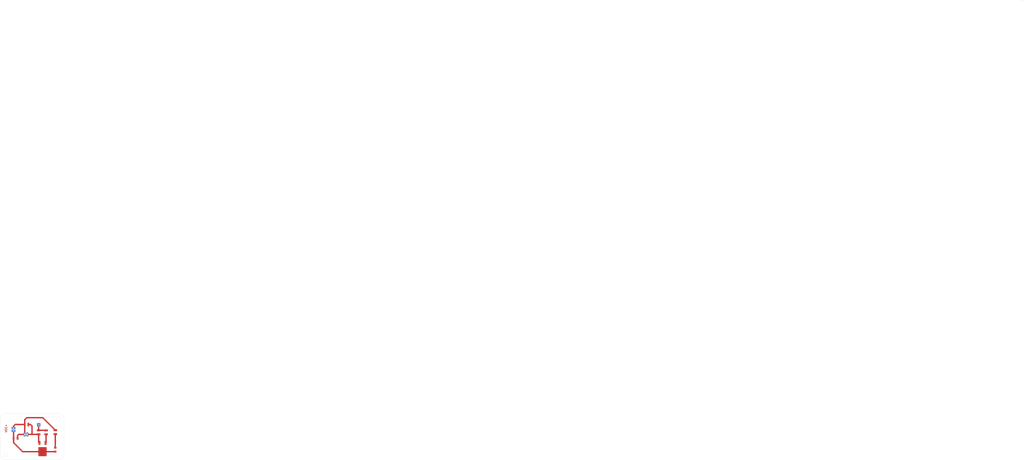
<source format=kicad_pcb>
(kicad_pcb (version 20171130) (host pcbnew "(5.1.5-0-10_14)")

  (general
    (thickness 1.6002)
    (drawings 14)
    (tracks 41)
    (zones 0)
    (modules 10)
    (nets 7)
  )

  (page A3)
  (title_block
    (rev 1)
  )

  (layers
    (0 Front signal)
    (31 Back signal)
    (34 B.Paste user)
    (35 F.Paste user)
    (36 B.SilkS user)
    (37 F.SilkS user)
    (38 B.Mask user)
    (39 F.Mask user)
    (44 Edge.Cuts user)
    (45 Margin user)
    (46 B.CrtYd user hide)
    (47 F.CrtYd user hide)
    (49 F.Fab user hide)
  )

  (setup
    (last_trace_width 1)
    (user_trace_width 0.1)
    (user_trace_width 0.2)
    (user_trace_width 0.5)
    (user_trace_width 1)
    (user_trace_width 1.5)
    (trace_clearance 0.25)
    (zone_clearance 0.508)
    (zone_45_only no)
    (trace_min 0.1)
    (via_size 0.8)
    (via_drill 0.4)
    (via_min_size 0.45)
    (via_min_drill 0.2)
    (user_via 0.45 0.2)
    (user_via 0.8 0.4)
    (uvia_size 0.8)
    (uvia_drill 0.4)
    (uvias_allowed no)
    (uvia_min_size 0)
    (uvia_min_drill 0)
    (edge_width 0.1)
    (segment_width 0.1)
    (pcb_text_width 0.3)
    (pcb_text_size 1.5 1.5)
    (mod_edge_width 0.1)
    (mod_text_size 0.8 0.8)
    (mod_text_width 0.1)
    (pad_size 1.4 3)
    (pad_drill 0.8)
    (pad_to_mask_clearance 0)
    (solder_mask_min_width 0.1)
    (aux_axis_origin 83 203)
    (grid_origin 83 203)
    (visible_elements FFFFFF7F)
    (pcbplotparams
      (layerselection 0x010fc_ffffffff)
      (usegerberextensions false)
      (usegerberattributes false)
      (usegerberadvancedattributes false)
      (creategerberjobfile false)
      (excludeedgelayer true)
      (linewidth 0.152400)
      (plotframeref false)
      (viasonmask false)
      (mode 1)
      (useauxorigin false)
      (hpglpennumber 1)
      (hpglpenspeed 20)
      (hpglpendiameter 15.000000)
      (psnegative false)
      (psa4output false)
      (plotreference true)
      (plotvalue false)
      (plotinvisibletext false)
      (padsonsilk false)
      (subtractmaskfromsilk true)
      (outputformat 1)
      (mirror false)
      (drillshape 0)
      (scaleselection 1)
      (outputdirectory "./"))
  )

  (net 0 "")
  (net 1 +5V)
  (net 2 "Net-(D16-Pad2)")
  (net 3 GND)
  (net 4 "Net-(Q1-Pad1)")
  (net 5 "Net-(D1-Pad2)")
  (net 6 "Net-(J3-Pad1)")

  (net_class Default "This is the default net class."
    (clearance 0.25)
    (trace_width 0.25)
    (via_dia 0.8)
    (via_drill 0.4)
    (uvia_dia 0.8)
    (uvia_drill 0.4)
    (diff_pair_width 0.25)
    (diff_pair_gap 0.25)
    (add_net +5V)
    (add_net GND)
    (add_net "Net-(D1-Pad2)")
    (add_net "Net-(D16-Pad2)")
    (add_net "Net-(J3-Pad1)")
    (add_net "Net-(Q1-Pad1)")
  )

  (net_class Min ""
    (clearance 0.1)
    (trace_width 0.1)
    (via_dia 0.45)
    (via_drill 0.2)
    (uvia_dia 0.45)
    (uvia_drill 0.2)
    (diff_pair_width 0.12)
    (diff_pair_gap 0.12)
  )

  (module troglodisme_footprints:CAPC3225X270N (layer Front) (tedit 5EBEE7D1) (tstamp 5EC77098)
    (at 102.875 176.5)
    (descr EMK325ABJ107MM-T-1)
    (tags "Capacitor 1206")
    (path /5F056CD5)
    (attr smd)
    (fp_text reference C1 (at 0.02 0.02 90) (layer F.SilkS)
      (effects (font (size 0.5 0.5) (thickness 0.1)))
    )
    (fp_text value EMK325ABJ107MM-T (at 0.09 3.22) (layer F.SilkS) hide
      (effects (font (size 1.27 1.27) (thickness 0.254)))
    )
    (fp_line (start 0 -1.15) (end 0 1.15) (layer F.Fab) (width 0.2))
    (fp_line (start -1.6 1.25) (end -1.6 -1.25) (layer F.Fab) (width 0.1))
    (fp_line (start 1.6 1.25) (end -1.6 1.25) (layer F.Fab) (width 0.1))
    (fp_line (start 1.6 -1.25) (end 1.6 1.25) (layer F.Fab) (width 0.1))
    (fp_line (start -1.6 -1.25) (end 1.6 -1.25) (layer F.Fab) (width 0.1))
    (fp_line (start -2.11 1.51) (end -2.11 -1.51) (layer F.CrtYd) (width 0.05))
    (fp_line (start 2.11 1.51) (end -2.11 1.51) (layer F.CrtYd) (width 0.05))
    (fp_line (start 2.11 -1.51) (end 2.11 1.51) (layer F.CrtYd) (width 0.05))
    (fp_line (start -2.11 -1.51) (end 2.11 -1.51) (layer F.CrtYd) (width 0.05))
    (fp_text user %R (at 0 0) (layer F.Fab)
      (effects (font (size 1.27 1.27) (thickness 0.254)))
    )
    (pad 2 smd rect (at 1.35 0) (size 1.22 2.72) (layers Front F.Paste F.Mask)
      (net 3 GND))
    (pad 1 smd rect (at -1.35 0) (size 1.22 2.72) (layers Front F.Paste F.Mask)
      (net 1 +5V))
    (model EMK325ABJ107MM-T.stp
      (at (xyz 0 0 0))
      (scale (xyz 1 1 1))
      (rotate (xyz 0 0 0))
    )
    (model /Users/giulio/Downloads/LIB_EMK325ABJ107MM-T/EMK325ABJ107MM-T/3D/EMK325ABJ107MM-T.stp
      (at (xyz 0 0 0))
      (scale (xyz 1 1 1))
      (rotate (xyz 0 0 0))
    )
  )

  (module troglodisme_footprints:SD1206S040S2R0 (layer Front) (tedit 5EBEEF1E) (tstamp 5EC75646)
    (at 94.64 186.87 180)
    (descr SD1206S040S2R0)
    (tags "Schottky Diode 1206")
    (path /5EC08242)
    (attr smd)
    (fp_text reference D1 (at 0 0 90) (layer F.SilkS)
      (effects (font (size 0.5 0.5) (thickness 0.1)))
    )
    (fp_text value SD1206S040S2R0 (at 0.08 5.18) (layer F.Fab) hide
      (effects (font (size 1.27 1.27) (thickness 0.254)))
    )
    (fp_line (start -2.525 1.4) (end 1.5 1.4) (layer F.Fab) (width 0.2))
    (fp_line (start -2.525 -1.4) (end -2.525 1.4) (layer F.Fab) (width 0.2))
    (fp_line (start 1.5 -1.4) (end -2.525 -1.4) (layer F.Fab) (width 0.2))
    (fp_line (start -1.7 -0.275) (end -1.025 -0.95) (layer F.Fab) (width 0.1))
    (fp_line (start -1.7 0.95) (end -1.7 -0.95) (layer F.Fab) (width 0.1))
    (fp_line (start 1.7 0.95) (end -1.7 0.95) (layer F.Fab) (width 0.1))
    (fp_line (start 1.7 -0.95) (end 1.7 0.95) (layer F.Fab) (width 0.1))
    (fp_line (start -1.7 -0.95) (end 1.7 -0.95) (layer F.Fab) (width 0.1))
    (fp_line (start -2.625 1.5) (end -2.625 -1.5) (layer F.CrtYd) (width 0.05))
    (fp_line (start 2.625 1.5) (end -2.625 1.5) (layer F.CrtYd) (width 0.05))
    (fp_line (start 2.625 -1.5) (end 2.625 1.5) (layer F.CrtYd) (width 0.05))
    (fp_line (start -2.625 -1.5) (end 2.625 -1.5) (layer F.CrtYd) (width 0.05))
    (fp_text user %R (at 0 0) (layer F.Fab)
      (effects (font (size 1.27 1.27) (thickness 0.254)))
    )
    (fp_text user + (at -1.58 1.85) (layer F.SilkS)
      (effects (font (size 0.5 0.5) (thickness 0.1)))
    )
    (pad 2 smd rect (at 1.5 0 180) (size 1.35 2.1) (layers Front F.Paste F.Mask)
      (net 5 "Net-(D1-Pad2)"))
    (pad 1 smd rect (at -1.5 0 180) (size 1.35 2.1) (layers Front F.Paste F.Mask)
      (net 1 +5V))
    (model SD1206S040S2R0.stp
      (at (xyz 0 0 0))
      (scale (xyz 1 1 1))
      (rotate (xyz 0 0 0))
    )
  )

  (module troglodisme_footprints:IN-S126AT5UW (layer Front) (tedit 5EBEEBB9) (tstamp 5EC762E9)
    (at 124.43 195.41 90)
    (descr "LED WHITE CLEAR 1206 SMD	\r\r")
    (tags "LED handsolder 1206 WHITE")
    (path /5F04261E)
    (attr smd)
    (fp_text reference D16 (at 0 0) (layer F.SilkS)
      (effects (font (size 0.5 0.5) (thickness 0.1)))
    )
    (fp_text value IN-S126AT5UW (at 0 1.82 90) (layer F.Fab)
      (effects (font (size 1 1) (thickness 0.15)))
    )
    (fp_line (start 1.6 -0.8) (end -1.2 -0.8) (layer F.Fab) (width 0.1))
    (fp_line (start -1.2 -0.8) (end -1.6 -0.4) (layer F.Fab) (width 0.1))
    (fp_line (start -1.6 -0.4) (end -1.6 0.8) (layer F.Fab) (width 0.1))
    (fp_line (start -1.6 0.8) (end 1.6 0.8) (layer F.Fab) (width 0.1))
    (fp_line (start 1.6 0.8) (end 1.6 -0.8) (layer F.Fab) (width 0.1))
    (fp_line (start 1.6 -1.135) (end -2.46 -1.135) (layer F.Fab) (width 0.12))
    (fp_line (start -2.46 -1.135) (end -2.46 1.135) (layer F.Fab) (width 0.12))
    (fp_line (start -2.46 1.135) (end 1.6 1.135) (layer F.Fab) (width 0.12))
    (fp_line (start -2.45 1.12) (end -2.45 -1.12) (layer F.CrtYd) (width 0.05))
    (fp_line (start -2.45 -1.12) (end 2.45 -1.12) (layer F.CrtYd) (width 0.05))
    (fp_line (start 2.45 -1.12) (end 2.45 1.12) (layer F.CrtYd) (width 0.05))
    (fp_line (start 2.45 1.12) (end -2.45 1.12) (layer F.CrtYd) (width 0.05))
    (fp_text user %R (at 0 0 90) (layer F.Fab)
      (effects (font (size 0.8 0.8) (thickness 0.12)))
    )
    (fp_text user + (at 2.9 -0.01 90) (layer F.SilkS)
      (effects (font (size 0.5 0.5) (thickness 0.1)))
    )
    (pad 1 smd roundrect (at -1.4875 0 90) (size 1.425 1.75) (layers Front F.Paste F.Mask) (roundrect_rratio 0.175439)
      (net 5 "Net-(D1-Pad2)"))
    (pad 2 smd roundrect (at 1.4875 0 90) (size 1.425 1.75) (layers Front F.Paste F.Mask) (roundrect_rratio 0.175439)
      (net 2 "Net-(D16-Pad2)"))
    (model ${KISYS3DMOD}/LED_SMD.3dshapes/LED_1206_3216Metric.wrl
      (at (xyz 0 0 0))
      (scale (xyz 1 1 1))
      (rotate (xyz 0 0 0))
    )
  )

  (module troglodisme_footprints:JST_PH_S2B-PH-K_1x02_P2.00mm_Horizontal_noSilkScreen (layer Front) (tedit 5EC6E4DE) (tstamp 5EC763E8)
    (at 93.08 179.26 270)
    (descr "JST PH series connector, S2B-PH-K (http://www.jst-mfg.com/product/pdf/eng/ePH.pdf), generated with kicad-footprint-generator")
    (tags "connector JST PH top entry 2")
    (path /5ED49CC7)
    (fp_text reference J1 (at 0.96 2.24 90) (layer F.SilkS)
      (effects (font (size 0.5 0.5) (thickness 0.1)))
    )
    (fp_text value Conn_01x02 (at 1 7.45 90) (layer F.Fab)
      (effects (font (size 1 1) (thickness 0.15)))
    )
    (fp_text user %R (at 0.96 5.58 90) (layer F.Fab)
      (effects (font (size 1 1) (thickness 0.15)))
    )
    (fp_line (start 0.5 1.375) (end 0 0.875) (layer F.Fab) (width 0.1))
    (fp_line (start -0.5 1.375) (end 0.5 1.375) (layer F.Fab) (width 0.1))
    (fp_line (start 0 0.875) (end -0.5 1.375) (layer F.Fab) (width 0.1))
    (fp_line (start 3.25 0.25) (end -1.25 0.25) (layer F.Fab) (width 0.1))
    (fp_line (start 3.25 -1.35) (end 3.25 0.25) (layer F.Fab) (width 0.1))
    (fp_line (start 3.95 -1.35) (end 3.25 -1.35) (layer F.Fab) (width 0.1))
    (fp_line (start 3.95 6.25) (end 3.95 -1.35) (layer F.Fab) (width 0.1))
    (fp_line (start -1.95 6.25) (end 3.95 6.25) (layer F.Fab) (width 0.1))
    (fp_line (start -1.95 -1.35) (end -1.95 6.25) (layer F.Fab) (width 0.1))
    (fp_line (start -1.25 -1.35) (end -1.95 -1.35) (layer F.Fab) (width 0.1))
    (fp_line (start -1.25 0.25) (end -1.25 -1.35) (layer F.Fab) (width 0.1))
    (fp_line (start 4.45 -1.85) (end -2.45 -1.85) (layer F.CrtYd) (width 0.05))
    (fp_line (start 4.45 6.75) (end 4.45 -1.85) (layer F.CrtYd) (width 0.05))
    (fp_line (start -2.45 6.75) (end 4.45 6.75) (layer F.CrtYd) (width 0.05))
    (fp_line (start -2.45 -1.85) (end -2.45 6.75) (layer F.CrtYd) (width 0.05))
    (pad 2 thru_hole roundrect (at 2 0 270) (size 1.4 3) (drill 0.8) (layers *.Cu *.Mask) (roundrect_rratio 0.208)
      (net 5 "Net-(D1-Pad2)"))
    (pad 1 thru_hole roundrect (at 0 0 270) (size 1.4 3) (drill 0.8) (layers *.Cu *.Mask) (roundrect_rratio 0.208)
      (net 1 +5V))
    (model ${KISYS3DMOD}/Connector_JST.3dshapes/JST_PH_S2B-PH-K_1x02_P2.00mm_Horizontal.wrl
      (at (xyz 0 0 0))
      (scale (xyz 1 1 1))
      (rotate (xyz 0 0 0))
    )
  )

  (module Connector_PinHeader_2.54mm:PinHeader_1x01_P2.54mm_Vertical (layer Front) (tedit 5EC6E321) (tstamp 5EC75758)
    (at 111.97 176.81)
    (descr "Through hole straight pin header, 1x01, 2.54mm pitch, single row")
    (tags "Through hole pin header THT 1x01 2.54mm single row")
    (path /5ECE9CA3)
    (fp_text reference J3 (at 0 -2.33) (layer F.SilkS)
      (effects (font (size 1 1) (thickness 0.15)))
    )
    (fp_text value Conn_01x01 (at 0 2.33) (layer F.Fab)
      (effects (font (size 1 1) (thickness 0.15)))
    )
    (fp_line (start -0.635 -1.27) (end 1.27 -1.27) (layer F.Fab) (width 0.1))
    (fp_line (start 1.27 -1.27) (end 1.27 1.27) (layer F.Fab) (width 0.1))
    (fp_line (start 1.27 1.27) (end -1.27 1.27) (layer F.Fab) (width 0.1))
    (fp_line (start -1.27 1.27) (end -1.27 -0.635) (layer F.Fab) (width 0.1))
    (fp_line (start -1.27 -0.635) (end -0.635 -1.27) (layer F.Fab) (width 0.1))
    (fp_line (start -1.33 1.33) (end 1.33 1.33) (layer F.SilkS) (width 0.12))
    (fp_line (start -1.33 1.27) (end -1.33 1.33) (layer F.SilkS) (width 0.12))
    (fp_line (start 1.33 1.27) (end 1.33 1.33) (layer F.SilkS) (width 0.12))
    (fp_line (start -1.33 1.27) (end 1.33 1.27) (layer F.SilkS) (width 0.12))
    (fp_line (start -1.33 0) (end -1.33 -1.33) (layer F.SilkS) (width 0.12))
    (fp_line (start -1.33 -1.33) (end 0 -1.33) (layer F.SilkS) (width 0.12))
    (fp_line (start -1.8 -1.8) (end -1.8 1.8) (layer F.CrtYd) (width 0.05))
    (fp_line (start -1.8 1.8) (end 1.8 1.8) (layer F.CrtYd) (width 0.05))
    (fp_line (start 1.8 1.8) (end 1.8 -1.8) (layer F.CrtYd) (width 0.05))
    (fp_line (start 1.8 -1.8) (end -1.8 -1.8) (layer F.CrtYd) (width 0.05))
    (fp_text user %R (at 0 0 90) (layer F.Fab)
      (effects (font (size 1 1) (thickness 0.15)))
    )
    (pad 1 thru_hole rect (at 0 0) (size 2.5 2.5) (drill 0.8) (layers *.Cu *.Mask)
      (net 6 "Net-(J3-Pad1)"))
    (model ${KISYS3DMOD}/Connector_PinHeader_2.54mm.3dshapes/PinHeader_1x01_P2.54mm_Vertical.wrl
      (at (xyz 0 0 0))
      (scale (xyz 1 1 1))
      (rotate (xyz 0 0 0))
    )
  )

  (module troglodisme_footprints:JST_PH_S2B-PH-K_1x02_P2.00mm_Horizontal_noSilkScreen (layer Front) (tedit 5EC6E4E6) (tstamp 5EC74C59)
    (at 101.46 183.96)
    (descr "JST PH series connector, S2B-PH-K (http://www.jst-mfg.com/product/pdf/eng/ePH.pdf), generated with kicad-footprint-generator")
    (tags "connector JST PH top entry 2")
    (path /5EAF450E)
    (fp_text reference J16 (at 0.96 1.572) (layer F.SilkS)
      (effects (font (size 0.5 0.5) (thickness 0.1)))
    )
    (fp_text value "Power Daisy Chain_input" (at 1 7.45) (layer F.Fab)
      (effects (font (size 1 1) (thickness 0.15)))
    )
    (fp_text user %R (at 0.96 5.58) (layer F.Fab)
      (effects (font (size 1 1) (thickness 0.15)))
    )
    (fp_line (start 0.5 1.375) (end 0 0.875) (layer F.Fab) (width 0.1))
    (fp_line (start -0.5 1.375) (end 0.5 1.375) (layer F.Fab) (width 0.1))
    (fp_line (start 0 0.875) (end -0.5 1.375) (layer F.Fab) (width 0.1))
    (fp_line (start 3.25 0.25) (end -1.25 0.25) (layer F.Fab) (width 0.1))
    (fp_line (start 3.25 -1.35) (end 3.25 0.25) (layer F.Fab) (width 0.1))
    (fp_line (start 3.95 -1.35) (end 3.25 -1.35) (layer F.Fab) (width 0.1))
    (fp_line (start 3.95 6.25) (end 3.95 -1.35) (layer F.Fab) (width 0.1))
    (fp_line (start -1.95 6.25) (end 3.95 6.25) (layer F.Fab) (width 0.1))
    (fp_line (start -1.95 -1.35) (end -1.95 6.25) (layer F.Fab) (width 0.1))
    (fp_line (start -1.25 -1.35) (end -1.95 -1.35) (layer F.Fab) (width 0.1))
    (fp_line (start -1.25 0.25) (end -1.25 -1.35) (layer F.Fab) (width 0.1))
    (fp_line (start 4.45 -1.85) (end -2.45 -1.85) (layer F.CrtYd) (width 0.05))
    (fp_line (start 4.45 6.75) (end 4.45 -1.85) (layer F.CrtYd) (width 0.05))
    (fp_line (start -2.45 6.75) (end 4.45 6.75) (layer F.CrtYd) (width 0.05))
    (fp_line (start -2.45 -1.85) (end -2.45 6.75) (layer F.CrtYd) (width 0.05))
    (pad 2 thru_hole roundrect (at 2 0) (size 1.4 3) (drill 0.8) (layers *.Cu *.Mask) (roundrect_rratio 0.208)
      (net 3 GND))
    (pad 1 thru_hole roundrect (at 0 0) (size 1.4 3) (drill 0.8) (layers *.Cu *.Mask) (roundrect_rratio 0.208)
      (net 1 +5V))
    (model ${KISYS3DMOD}/Connector_JST.3dshapes/JST_PH_S2B-PH-K_1x02_P2.00mm_Horizontal.wrl
      (at (xyz 0 0 0))
      (scale (xyz 1 1 1))
      (rotate (xyz 0 0 0))
    )
  )

  (module troglodisme_footprints:AOD508 (layer Front) (tedit 5EBEE56F) (tstamp 5EC76914)
    (at 114.86 198.42 180)
    (descr AOD508-1)
    (tags "MOSFET (N-Channel)")
    (path /6000FEFF)
    (attr smd)
    (fp_text reference Q1 (at -0.01 7.19) (layer F.SilkS)
      (effects (font (size 0.5 0.5) (thickness 0.1)))
    )
    (fp_text value AOD508 (at -0.01 12.14) (layer F.SilkS) hide
      (effects (font (size 1.27 1.27) (thickness 0.254)))
    )
    (fp_line (start 3.302 6) (end 3.302 5.5) (layer F.Fab) (width 0.1))
    (fp_line (start -3.302 6) (end 3.302 6) (layer F.Fab) (width 0.1))
    (fp_line (start -3.302 5.5) (end -3.302 6) (layer F.Fab) (width 0.1))
    (fp_line (start -4.302 10.95) (end -4.302 -2.9) (layer F.CrtYd) (width 0.1))
    (fp_line (start 4.302 10.95) (end -4.302 10.95) (layer F.CrtYd) (width 0.1))
    (fp_line (start 4.302 -2.9) (end 4.302 10.95) (layer F.CrtYd) (width 0.1))
    (fp_line (start -4.302 -2.9) (end 4.302 -2.9) (layer F.CrtYd) (width 0.1))
    (fp_line (start -3.302 6) (end -3.302 0) (layer F.Fab) (width 0.2))
    (fp_line (start 3.302 6) (end -3.302 6) (layer F.Fab) (width 0.2))
    (fp_line (start 3.302 0) (end 3.302 6) (layer F.Fab) (width 0.2))
    (fp_line (start -3.302 0) (end 3.302 0) (layer F.Fab) (width 0.2))
    (fp_text user %R (at 0 4.025) (layer F.Fab)
      (effects (font (size 1.27 1.27) (thickness 0.254)))
    )
    (pad 3 smd rect (at 2.286 8.1 180) (size 1.5 3) (layers Front F.Paste F.Mask)
      (net 3 GND))
    (pad 2 smd rect (at 0 1.5 180) (size 6.25 6.8) (layers Front F.Paste F.Mask)
      (net 5 "Net-(D1-Pad2)"))
    (pad 1 smd rect (at -2.286 8.1 180) (size 1.5 3) (layers Front F.Paste F.Mask)
      (net 4 "Net-(Q1-Pad1)"))
  )

  (module Resistor_SMD:R_1210_3225Metric_Pad1.42x2.65mm_HandSolder (layer Front) (tedit 5EBEE372) (tstamp 5EC765A9)
    (at 117.54 182.41 270)
    (descr "Resistor SMD 1210 (3225 Metric), square (rectangular) end terminal, IPC_7351 nominal with elongated pad for handsoldering. (Body size source: http://www.tortai-tech.com/upload/download/2011102023233369053.pdf), generated with kicad-footprint-generator")
    (tags "resistor handsolder")
    (path /5E91E4F9)
    (attr smd)
    (fp_text reference R1 (at 0 0) (layer F.SilkS)
      (effects (font (size 0.5 0.5) (thickness 0.1)))
    )
    (fp_text value 150R (at 0 2.28 90) (layer F.Fab)
      (effects (font (size 1 1) (thickness 0.15)))
    )
    (fp_line (start -1.6 1.25) (end -1.6 -1.25) (layer F.Fab) (width 0.1))
    (fp_line (start -1.6 -1.25) (end 1.6 -1.25) (layer F.Fab) (width 0.1))
    (fp_line (start 1.6 -1.25) (end 1.6 1.25) (layer F.Fab) (width 0.1))
    (fp_line (start 1.6 1.25) (end -1.6 1.25) (layer F.Fab) (width 0.1))
    (fp_line (start -0.602064 -1.36) (end 0.602064 -1.36) (layer F.Fab) (width 0.12))
    (fp_line (start -0.602064 1.36) (end 0.602064 1.36) (layer F.Fab) (width 0.12))
    (fp_line (start -2.45 1.58) (end -2.45 -1.58) (layer F.CrtYd) (width 0.05))
    (fp_line (start -2.45 -1.58) (end 2.45 -1.58) (layer F.CrtYd) (width 0.05))
    (fp_line (start 2.45 -1.58) (end 2.45 1.58) (layer F.CrtYd) (width 0.05))
    (fp_line (start 2.45 1.58) (end -2.45 1.58) (layer F.CrtYd) (width 0.05))
    (fp_text user %R (at 0 0 90) (layer F.Fab)
      (effects (font (size 0.8 0.8) (thickness 0.12)))
    )
    (pad 1 smd roundrect (at -1.4875 0 270) (size 1.425 2.65) (layers Front F.Paste F.Mask) (roundrect_rratio 0.175439)
      (net 6 "Net-(J3-Pad1)"))
    (pad 2 smd roundrect (at 1.4875 0 270) (size 1.425 2.65) (layers Front F.Paste F.Mask) (roundrect_rratio 0.175439)
      (net 4 "Net-(Q1-Pad1)"))
    (model ${KISYS3DMOD}/Resistor_SMD.3dshapes/R_1210_3225Metric.wrl
      (at (xyz 0 0 0))
      (scale (xyz 1 1 1))
      (rotate (xyz 0 0 0))
    )
  )

  (module Resistor_SMD:R_1210_3225Metric_Pad1.42x2.65mm_HandSolder (layer Front) (tedit 5EBEE372) (tstamp 5EC76697)
    (at 111.95 182.36 270)
    (descr "Resistor SMD 1210 (3225 Metric), square (rectangular) end terminal, IPC_7351 nominal with elongated pad for handsoldering. (Body size source: http://www.tortai-tech.com/upload/download/2011102023233369053.pdf), generated with kicad-footprint-generator")
    (tags "resistor handsolder")
    (path /5F2B3D83)
    (attr smd)
    (fp_text reference R17 (at 0 0) (layer F.SilkS)
      (effects (font (size 0.5 0.5) (thickness 0.1)))
    )
    (fp_text value 100K (at 0 2.28 90) (layer F.Fab)
      (effects (font (size 1 1) (thickness 0.15)))
    )
    (fp_text user %R (at 0 0 90) (layer F.Fab)
      (effects (font (size 0.8 0.8) (thickness 0.12)))
    )
    (fp_line (start 2.45 1.58) (end -2.45 1.58) (layer F.CrtYd) (width 0.05))
    (fp_line (start 2.45 -1.58) (end 2.45 1.58) (layer F.CrtYd) (width 0.05))
    (fp_line (start -2.45 -1.58) (end 2.45 -1.58) (layer F.CrtYd) (width 0.05))
    (fp_line (start -2.45 1.58) (end -2.45 -1.58) (layer F.CrtYd) (width 0.05))
    (fp_line (start -0.602064 1.36) (end 0.602064 1.36) (layer F.Fab) (width 0.12))
    (fp_line (start -0.602064 -1.36) (end 0.602064 -1.36) (layer F.Fab) (width 0.12))
    (fp_line (start 1.6 1.25) (end -1.6 1.25) (layer F.Fab) (width 0.1))
    (fp_line (start 1.6 -1.25) (end 1.6 1.25) (layer F.Fab) (width 0.1))
    (fp_line (start -1.6 -1.25) (end 1.6 -1.25) (layer F.Fab) (width 0.1))
    (fp_line (start -1.6 1.25) (end -1.6 -1.25) (layer F.Fab) (width 0.1))
    (pad 2 smd roundrect (at 1.4875 0 270) (size 1.425 2.65) (layers Front F.Paste F.Mask) (roundrect_rratio 0.175439)
      (net 3 GND))
    (pad 1 smd roundrect (at -1.4875 0 270) (size 1.425 2.65) (layers Front F.Paste F.Mask) (roundrect_rratio 0.175439)
      (net 6 "Net-(J3-Pad1)"))
    (model ${KISYS3DMOD}/Resistor_SMD.3dshapes/R_1210_3225Metric.wrl
      (at (xyz 0 0 0))
      (scale (xyz 1 1 1))
      (rotate (xyz 0 0 0))
    )
  )

  (module Resistor_SMD:R_1210_3225Metric_Pad1.42x2.65mm_HandSolder (layer Front) (tedit 5EBEE372) (tstamp 5EC75790)
    (at 124.46 182.27 90)
    (descr "Resistor SMD 1210 (3225 Metric), square (rectangular) end terminal, IPC_7351 nominal with elongated pad for handsoldering. (Body size source: http://www.tortai-tech.com/upload/download/2011102023233369053.pdf), generated with kicad-footprint-generator")
    (tags "resistor handsolder")
    (path /5EB92A81)
    (attr smd)
    (fp_text reference R32 (at 0 0) (layer F.SilkS)
      (effects (font (size 0.5 0.5) (thickness 0.1)))
    )
    (fp_text value 470R (at 0 2.28 90) (layer F.Fab)
      (effects (font (size 1 1) (thickness 0.15)))
    )
    (fp_line (start -1.6 1.25) (end -1.6 -1.25) (layer F.Fab) (width 0.1))
    (fp_line (start -1.6 -1.25) (end 1.6 -1.25) (layer F.Fab) (width 0.1))
    (fp_line (start 1.6 -1.25) (end 1.6 1.25) (layer F.Fab) (width 0.1))
    (fp_line (start 1.6 1.25) (end -1.6 1.25) (layer F.Fab) (width 0.1))
    (fp_line (start -0.602064 -1.36) (end 0.602064 -1.36) (layer F.Fab) (width 0.12))
    (fp_line (start -0.602064 1.36) (end 0.602064 1.36) (layer F.Fab) (width 0.12))
    (fp_line (start -2.45 1.58) (end -2.45 -1.58) (layer F.CrtYd) (width 0.05))
    (fp_line (start -2.45 -1.58) (end 2.45 -1.58) (layer F.CrtYd) (width 0.05))
    (fp_line (start 2.45 -1.58) (end 2.45 1.58) (layer F.CrtYd) (width 0.05))
    (fp_line (start 2.45 1.58) (end -2.45 1.58) (layer F.CrtYd) (width 0.05))
    (fp_text user %R (at 0 0 90) (layer F.Fab)
      (effects (font (size 0.8 0.8) (thickness 0.12)))
    )
    (pad 1 smd roundrect (at -1.4875 0 90) (size 1.425 2.65) (layers Front F.Paste F.Mask) (roundrect_rratio 0.175439)
      (net 2 "Net-(D16-Pad2)"))
    (pad 2 smd roundrect (at 1.4875 0 90) (size 1.425 2.65) (layers Front F.Paste F.Mask) (roundrect_rratio 0.175439)
      (net 1 +5V))
    (model ${KISYS3DMOD}/Resistor_SMD.3dshapes/R_1210_3225Metric.wrl
      (at (xyz 0 0 0))
      (scale (xyz 1 1 1))
      (rotate (xyz 0 0 0))
    )
  )

  (gr_line (start 83 199) (end 83 172) (layer Edge.Cuts) (width 0.1) (tstamp 5EC77164))
  (gr_line (start 127 203) (end 87 203) (layer Edge.Cuts) (width 0.1) (tstamp 5EC77163))
  (gr_line (start 131 172) (end 131 199) (layer Edge.Cuts) (width 0.1) (tstamp 5EC77162))
  (gr_line (start 87 168) (end 127 168) (layer Edge.Cuts) (width 0.1) (tstamp 5EC77161))
  (gr_arc (start 87 199) (end 83 199) (angle -90) (layer Edge.Cuts) (width 0.1))
  (gr_arc (start 87 172) (end 87 168) (angle -90) (layer Edge.Cuts) (width 0.1))
  (gr_arc (start 127 172) (end 131 172) (angle -90) (layer Edge.Cuts) (width 0.1))
  (gr_arc (start 127 199) (end 127 203) (angle -90) (layer Edge.Cuts) (width 0.1))
  (gr_circle (center 127 172) (end 128.5 172) (layer Edge.Cuts) (width 0.1))
  (gr_circle (center 87 199) (end 88.5 199) (layer Edge.Cuts) (width 0.1))
  (gr_text "VCC+\n" (at 87.54 179.43 90) (layer Front)
    (effects (font (size 1.5 1.5) (thickness 0.3)))
  )
  (gr_curve (pts (xy 851.695064 -142.464645) (xy 851.695064 -142.464645) (xy 851.695064 -142.464645) (xy 851.695064 -142.464645)) (layer Edge.Cuts) (width 0.2))
  (gr_curve (pts (xy 850.695064 -142.464645) (xy 850.695064 -142.464645) (xy 849.695064 -142.464645) (xy 849.695064 -142.464645)) (layer Edge.Cuts) (width 0.2))
  (gr_curve (pts (xy 849.695064 -142.464645) (xy 849.695064 -142.464645) (xy 850.695064 -142.464645) (xy 850.695064 -142.464645)) (layer Edge.Cuts) (width 0.2))

  (segment (start 97.86 183.96) (end 101.46 183.96) (width 1) (layer Front) (net 1))
  (segment (start 93.08 179.26) (end 93.08 177.87) (width 1) (layer Front) (net 1))
  (segment (start 93.08 177.87) (end 94.46 176.49) (width 1) (layer Front) (net 1))
  (segment (start 94.46 176.49) (end 96.23 176.49) (width 1) (layer Front) (net 1))
  (segment (start 97 183.96) (end 97.86 183.96) (width 1) (layer Front) (net 1))
  (segment (start 96.14 184.82) (end 97 183.96) (width 1) (layer Front) (net 1))
  (segment (start 96.14 186.87) (end 96.14 184.82) (width 1) (layer Front) (net 1))
  (segment (start 101.525 183.895) (end 101.46 183.96) (width 1) (layer Front) (net 1))
  (segment (start 101.525 176.5) (end 101.525 183.895) (width 1) (layer Front) (net 1))
  (segment (start 96.24 176.5) (end 101.525 176.5) (width 1) (layer Front) (net 1))
  (segment (start 96.23 176.49) (end 96.24 176.5) (width 1) (layer Front) (net 1))
  (segment (start 103.095 171.38) (end 115.0575 171.38) (width 1) (layer Front) (net 1))
  (segment (start 101.525 172.95) (end 103.095 171.38) (width 1) (layer Front) (net 1))
  (segment (start 115.0575 171.38) (end 124.46 180.7825) (width 1) (layer Front) (net 1))
  (segment (start 101.525 176.5) (end 101.525 172.95) (width 1) (layer Front) (net 1))
  (segment (start 124.46 193.8925) (end 124.43 193.9225) (width 1) (layer Front) (net 2))
  (segment (start 124.46 183.7575) (end 124.46 193.8925) (width 1) (layer Front) (net 2))
  (segment (start 111.95 189.696) (end 112.574 190.32) (width 1) (layer Front) (net 3))
  (segment (start 111.95 183.8475) (end 111.95 189.696) (width 1) (layer Front) (net 3))
  (segment (start 111.8375 183.96) (end 111.95 183.8475) (width 1) (layer Front) (net 3))
  (segment (start 107.06 183.93) (end 111.8375 183.96) (width 1) (layer Front) (net 3))
  (segment (start 103.46 183.96) (end 107.06 183.93) (width 1) (layer Front) (net 3))
  (segment (start 105.835 176.5) (end 104.225 176.5) (width 1) (layer Front) (net 3))
  (segment (start 106.99 177.655) (end 105.835 176.5) (width 1) (layer Front) (net 3))
  (segment (start 106.99 183.86) (end 106.99 177.655) (width 1) (layer Front) (net 3))
  (segment (start 107.06 183.93) (end 106.99 183.86) (width 1) (layer Front) (net 3))
  (segment (start 117.54 189.926) (end 117.146 190.32) (width 1) (layer Front) (net 4))
  (segment (start 117.54 183.8975) (end 117.54 189.926) (width 1) (layer Front) (net 4))
  (segment (start 93.14 188.92) (end 93.11 188.95) (width 1) (layer Front) (net 5))
  (segment (start 93.14 186.87) (end 93.14 188.92) (width 1) (layer Front) (net 5))
  (segment (start 93.14 181.32) (end 93.08 181.26) (width 1) (layer Front) (net 5))
  (segment (start 93.14 186.87) (end 93.14 181.32) (width 1) (layer Front) (net 5))
  (segment (start 93.14 190.13) (end 93.14 188.92) (width 1) (layer Front) (net 5))
  (segment (start 99.93 196.92) (end 93.14 190.13) (width 1) (layer Front) (net 5))
  (segment (start 114.86 196.92) (end 99.93 196.92) (width 1) (layer Front) (net 5))
  (segment (start 124.4075 196.92) (end 124.43 196.8975) (width 1) (layer Front) (net 5))
  (segment (start 114.86 196.92) (end 124.4075 196.92) (width 1) (layer Front) (net 5))
  (segment (start 111.95 176.83) (end 111.97 176.81) (width 1) (layer Front) (net 6))
  (segment (start 111.95 180.8725) (end 111.95 176.83) (width 1) (layer Front) (net 6))
  (segment (start 117.49 180.8725) (end 117.54 180.9225) (width 1) (layer Front) (net 6))
  (segment (start 111.95 180.8725) (end 117.49 180.8725) (width 1) (layer Front) (net 6))

)

</source>
